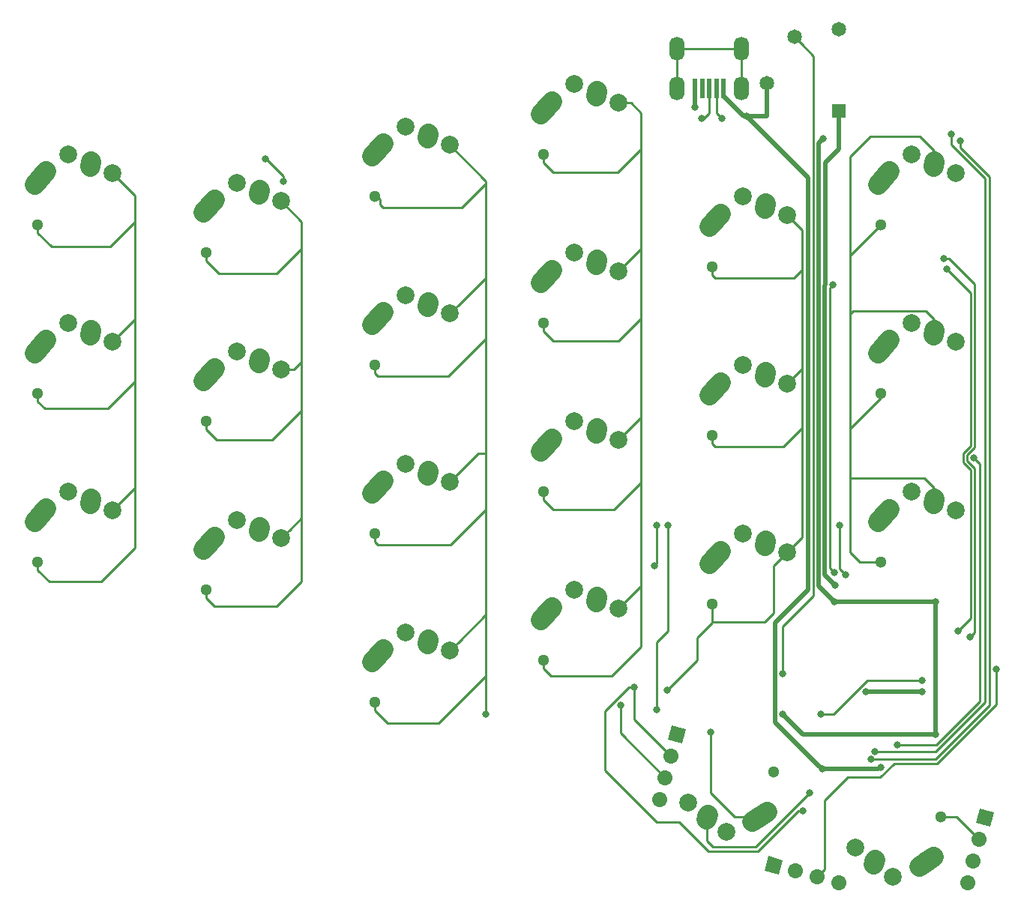
<source format=gtl>
G04 #@! TF.GenerationSoftware,KiCad,Pcbnew,(5.1.4)-1*
G04 #@! TF.CreationDate,2022-01-12T12:57:04-05:00*
G04 #@! TF.ProjectId,a44key-pcb-left-hand,6134346b-6579-42d7-9063-622d6c656674,rev?*
G04 #@! TF.SameCoordinates,Original*
G04 #@! TF.FileFunction,Copper,L1,Top*
G04 #@! TF.FilePolarity,Positive*
%FSLAX46Y46*%
G04 Gerber Fmt 4.6, Leading zero omitted, Abs format (unit mm)*
G04 Created by KiCad (PCBNEW (5.1.4)-1) date 2022-01-12 12:57:04*
%MOMM*%
%LPD*%
G04 APERTURE LIST*
%ADD10C,1.300000*%
%ADD11C,2.250000*%
%ADD12C,2.250000*%
%ADD13C,2.000000*%
%ADD14C,1.700000*%
%ADD15C,0.100000*%
%ADD16C,1.700000*%
%ADD17R,0.500000X2.250000*%
%ADD18O,1.700000X2.700000*%
%ADD19C,1.650000*%
%ADD20R,1.650000X1.650000*%
%ADD21C,0.800000*%
%ADD22C,0.500000*%
%ADD23C,0.254000*%
G04 APERTURE END LIST*
D10*
X178244500Y-66357500D03*
D11*
X178523500Y-61050500D03*
D12*
X177868505Y-61780504D02*
X179178495Y-60320496D01*
D11*
X184198500Y-59475500D03*
D12*
X184178729Y-59765516D02*
X184218271Y-59185484D01*
D13*
X186673500Y-60525501D03*
X181673500Y-58425500D03*
D10*
X178244500Y-85407500D03*
D11*
X178523500Y-80100500D03*
D12*
X177868505Y-80830504D02*
X179178495Y-79370496D01*
D11*
X184198500Y-78525500D03*
D12*
X184178729Y-78815516D02*
X184218271Y-78235484D01*
D13*
X186673500Y-79575501D03*
X181673500Y-77475500D03*
D10*
X159194500Y-90170000D03*
D11*
X159473500Y-84863000D03*
D12*
X158818505Y-85593004D02*
X160128495Y-84132996D01*
D11*
X165148500Y-83288000D03*
D12*
X165128729Y-83578016D02*
X165168271Y-82997984D01*
D13*
X167623500Y-84338001D03*
X162623500Y-82238000D03*
D10*
X82994500Y-104457500D03*
D11*
X83273500Y-99150500D03*
D12*
X82618505Y-99880504D02*
X83928495Y-98420496D01*
D11*
X88948500Y-97575500D03*
D12*
X88928729Y-97865516D02*
X88968271Y-97285484D01*
D13*
X91423500Y-98625501D03*
X86423500Y-96525500D03*
D10*
X82994500Y-85407500D03*
D11*
X83273500Y-80100500D03*
D12*
X82618505Y-80830504D02*
X83928495Y-79370496D01*
D11*
X88948500Y-78525500D03*
D12*
X88928729Y-78815516D02*
X88968271Y-78235484D01*
D13*
X91423500Y-79575501D03*
X86423500Y-77475500D03*
X160778968Y-134954340D03*
X156492859Y-131631800D03*
D11*
X158611765Y-133286600D03*
D12*
X158705924Y-133011583D02*
X158517606Y-133561617D01*
D11*
X164501034Y-133234065D03*
D12*
X165322650Y-132698460D02*
X163679418Y-133769670D01*
D10*
X166144080Y-128180107D03*
D14*
X189992000Y-133350000D03*
D15*
G36*
X191033033Y-132748959D02*
G01*
X190593041Y-134391033D01*
X188950967Y-133951041D01*
X189390959Y-132308967D01*
X191033033Y-132748959D01*
X191033033Y-132748959D01*
G37*
D14*
X189334600Y-135803452D03*
D16*
X189334600Y-135803452D02*
X189334600Y-135803452D01*
D14*
X188677199Y-138256903D03*
D16*
X188677199Y-138256903D02*
X188677199Y-138256903D01*
D14*
X188019799Y-140710355D03*
D16*
X188019799Y-140710355D02*
X188019799Y-140710355D01*
D14*
X155194000Y-123952000D03*
D15*
G36*
X156235033Y-123350959D02*
G01*
X155795041Y-124993033D01*
X154152967Y-124553041D01*
X154592959Y-122910967D01*
X156235033Y-123350959D01*
X156235033Y-123350959D01*
G37*
D14*
X154536600Y-126405452D03*
D16*
X154536600Y-126405452D02*
X154536600Y-126405452D01*
D14*
X153879199Y-128858903D03*
D16*
X153879199Y-128858903D02*
X153879199Y-128858903D01*
D14*
X153221799Y-131312355D03*
D16*
X153221799Y-131312355D02*
X153221799Y-131312355D01*
D14*
X166121645Y-138743799D03*
D15*
G36*
X165520604Y-137702766D02*
G01*
X167162678Y-138142758D01*
X166722686Y-139784832D01*
X165080612Y-139344840D01*
X165520604Y-137702766D01*
X165520604Y-137702766D01*
G37*
D14*
X168575097Y-139401199D03*
D16*
X168575097Y-139401199D02*
X168575097Y-139401199D01*
D14*
X171028548Y-140058600D03*
D16*
X171028548Y-140058600D02*
X171028548Y-140058600D01*
D14*
X173482000Y-140716000D03*
D16*
X173482000Y-140716000D02*
X173482000Y-140716000D01*
D17*
X157244000Y-50982000D03*
X158044000Y-50982000D03*
X158844000Y-50982000D03*
X159644000Y-50982000D03*
X160444000Y-50982000D03*
D18*
X162494000Y-50982000D03*
X155194000Y-50982000D03*
X155194000Y-46482000D03*
X162494000Y-46482000D03*
D10*
X178241479Y-104491723D03*
D11*
X178520479Y-99184723D03*
D12*
X177865484Y-99914727D02*
X179175474Y-98454719D01*
D11*
X184195479Y-97609723D03*
D12*
X184175708Y-97899739D02*
X184215250Y-97319707D01*
D13*
X186670479Y-98659724D03*
X181670479Y-96559723D03*
D19*
X173482000Y-44242000D03*
X165382000Y-50342000D03*
X168482000Y-45142000D03*
D20*
X173482000Y-53542000D03*
D10*
X140144500Y-58420000D03*
D11*
X140423500Y-53113000D03*
D12*
X139768505Y-53843004D02*
X141078495Y-52382996D01*
D11*
X146098500Y-51538000D03*
D12*
X146078729Y-51828016D02*
X146118271Y-51247984D01*
D13*
X148573500Y-52588001D03*
X143573500Y-50488000D03*
X179613760Y-140034004D03*
X175327651Y-136711464D03*
D11*
X177446557Y-138366264D03*
D12*
X177540716Y-138091247D02*
X177352398Y-138641281D01*
D11*
X183335826Y-138313729D03*
D12*
X184157442Y-137778124D02*
X182514210Y-138849334D01*
D10*
X184978872Y-133259771D03*
X82994500Y-66357500D03*
D11*
X83273500Y-61050500D03*
D12*
X82618505Y-61780504D02*
X83928495Y-60320496D01*
D11*
X88948500Y-59475500D03*
D12*
X88928729Y-59765516D02*
X88968271Y-59185484D01*
D13*
X91423500Y-60525501D03*
X86423500Y-58425500D03*
D10*
X102044500Y-107632500D03*
D11*
X102323500Y-102325500D03*
D12*
X101668505Y-103055504D02*
X102978495Y-101595496D01*
D11*
X107998500Y-100750500D03*
D12*
X107978729Y-101040516D02*
X108018271Y-100460484D01*
D13*
X110473500Y-101800501D03*
X105473500Y-99700500D03*
D10*
X102044500Y-88582500D03*
D11*
X102323500Y-83275500D03*
D12*
X101668505Y-84005504D02*
X102978495Y-82545496D01*
D11*
X107998500Y-81700500D03*
D12*
X107978729Y-81990516D02*
X108018271Y-81410484D01*
D13*
X110473500Y-82750501D03*
X105473500Y-80650500D03*
D10*
X102044500Y-69532500D03*
D11*
X102323500Y-64225500D03*
D12*
X101668505Y-64955504D02*
X102978495Y-63495496D01*
D11*
X107998500Y-62650500D03*
D12*
X107978729Y-62940516D02*
X108018271Y-62360484D01*
D13*
X110473500Y-63700501D03*
X105473500Y-61600500D03*
D10*
X121094500Y-120332500D03*
D11*
X121373500Y-115025500D03*
D12*
X120718505Y-115755504D02*
X122028495Y-114295496D01*
D11*
X127048500Y-113450500D03*
D12*
X127028729Y-113740516D02*
X127068271Y-113160484D01*
D13*
X129523500Y-114500501D03*
X124523500Y-112400500D03*
D10*
X121094500Y-101282500D03*
D11*
X121373500Y-95975500D03*
D12*
X120718505Y-96705504D02*
X122028495Y-95245496D01*
D11*
X127048500Y-94400500D03*
D12*
X127028729Y-94690516D02*
X127068271Y-94110484D01*
D13*
X129523500Y-95450501D03*
X124523500Y-93350500D03*
D10*
X121094500Y-82232500D03*
D11*
X121373500Y-76925500D03*
D12*
X120718505Y-77655504D02*
X122028495Y-76195496D01*
D11*
X127048500Y-75350500D03*
D12*
X127028729Y-75640516D02*
X127068271Y-75060484D01*
D13*
X129523500Y-76400501D03*
X124523500Y-74300500D03*
D10*
X121094500Y-63182500D03*
D11*
X121373500Y-57875500D03*
D12*
X120718505Y-58605504D02*
X122028495Y-57145496D01*
D11*
X127048500Y-56300500D03*
D12*
X127028729Y-56590516D02*
X127068271Y-56010484D01*
D13*
X129523500Y-57350501D03*
X124523500Y-55250500D03*
D10*
X140144500Y-115570000D03*
D11*
X140423500Y-110263000D03*
D12*
X139768505Y-110993004D02*
X141078495Y-109532996D01*
D11*
X146098500Y-108688000D03*
D12*
X146078729Y-108978016D02*
X146118271Y-108397984D01*
D13*
X148573500Y-109738001D03*
X143573500Y-107638000D03*
D10*
X140144500Y-96520000D03*
D11*
X140423500Y-91213000D03*
D12*
X139768505Y-91943004D02*
X141078495Y-90482996D01*
D11*
X146098500Y-89638000D03*
D12*
X146078729Y-89928016D02*
X146118271Y-89347984D01*
D13*
X148573500Y-90688001D03*
X143573500Y-88588000D03*
D10*
X140144500Y-77470000D03*
D11*
X140423500Y-72163000D03*
D12*
X139768505Y-72893004D02*
X141078495Y-71432996D01*
D11*
X146098500Y-70588000D03*
D12*
X146078729Y-70878016D02*
X146118271Y-70297984D01*
D13*
X148573500Y-71638001D03*
X143573500Y-69538000D03*
D10*
X159194500Y-109220000D03*
D11*
X159473500Y-103913000D03*
D12*
X158818505Y-104643004D02*
X160128495Y-103182996D01*
D11*
X165148500Y-102338000D03*
D12*
X165128729Y-102628016D02*
X165168271Y-102047984D01*
D13*
X167623500Y-103388001D03*
X162623500Y-101288000D03*
D10*
X159194500Y-71120000D03*
D11*
X159473500Y-65813000D03*
D12*
X158818505Y-66543004D02*
X160128495Y-65082996D01*
D11*
X165148500Y-64238000D03*
D12*
X165128729Y-64528016D02*
X165168271Y-63947984D01*
D13*
X167623500Y-65288001D03*
X162623500Y-63188000D03*
D21*
X182880000Y-119126000D03*
X176530000Y-119126000D03*
X157244000Y-53068000D03*
X173067041Y-107094959D03*
X172808000Y-73152000D03*
X172967926Y-105670074D03*
X180086000Y-125142302D03*
X180086000Y-125142302D03*
X188722000Y-92710000D03*
X174244000Y-105918000D03*
X173535000Y-100330012D03*
X152908000Y-100330000D03*
X152688990Y-104902000D03*
X154178000Y-100330000D03*
X152908000Y-121158000D03*
X184404000Y-123952000D03*
X167132000Y-121666000D03*
X171704000Y-56642000D03*
X172974000Y-108966000D03*
X184403996Y-108966000D03*
X191262000Y-116586000D03*
X154124494Y-118925506D03*
X159005001Y-123696999D03*
X133604000Y-121666000D03*
X186944000Y-112249010D03*
X185674000Y-71373992D03*
X188267990Y-112976010D03*
X110744000Y-61468000D03*
X108712000Y-58928000D03*
X185357769Y-70171305D03*
X160274000Y-54356002D03*
X177546503Y-125869302D03*
X186182006Y-56134000D03*
X157988000Y-54356000D03*
X177099575Y-126763885D03*
X187198000Y-56896000D03*
X171450000Y-121666000D03*
X182880000Y-117856000D03*
X167138067Y-117087932D03*
X167138067Y-117087932D03*
X163068012Y-54102000D03*
X171576996Y-127889004D03*
X178181004Y-127673990D03*
X169418000Y-132588000D03*
X150367998Y-118618000D03*
X148844000Y-120650000D03*
X170180000Y-130556000D03*
D22*
X182880000Y-119126000D02*
X176530000Y-119126000D01*
X157244000Y-50982000D02*
X157244000Y-53068000D01*
X172667042Y-106694960D02*
X173067041Y-107094959D01*
X173482000Y-57861030D02*
X171958000Y-59385030D01*
X171958000Y-59385030D02*
X171958000Y-73185984D01*
X171888989Y-73254995D02*
X171888989Y-105916907D01*
X171888989Y-105916907D02*
X172667042Y-106694960D01*
X171958000Y-73185984D02*
X171888989Y-73254995D01*
X173482000Y-53542000D02*
X173482000Y-57861030D01*
D23*
X172466000Y-105168148D02*
X172967926Y-105670074D01*
X172808000Y-73152000D02*
X172466000Y-73494000D01*
X172466000Y-73494000D02*
X172466000Y-105168148D01*
X189121999Y-93109999D02*
X188722000Y-92710000D01*
X189375999Y-93363999D02*
X189121999Y-93109999D01*
X189375999Y-120250001D02*
X189375999Y-93363999D01*
X180086000Y-125142302D02*
X184483698Y-125142302D01*
X184483698Y-125142302D02*
X189375999Y-120250001D01*
X174244000Y-105918000D02*
X173535000Y-105209000D01*
X173535000Y-105209000D02*
X173535000Y-100895697D01*
X173535000Y-100895697D02*
X173535000Y-100330012D01*
X152908000Y-104682990D02*
X152688990Y-104902000D01*
X152908000Y-100330000D02*
X152908000Y-104682990D01*
X152908000Y-120592315D02*
X152908000Y-121158000D01*
X154178000Y-100330000D02*
X154178000Y-112268000D01*
X154178000Y-112268000D02*
X152908000Y-113538000D01*
X152908000Y-113538000D02*
X152908000Y-120592315D01*
D22*
X171188979Y-107180979D02*
X172574001Y-108566001D01*
X171704000Y-56642000D02*
X171207020Y-57138980D01*
X172574001Y-108566001D02*
X172974000Y-108966000D01*
X171188979Y-72965042D02*
X171188979Y-107180979D01*
X171207020Y-72947000D02*
X171188979Y-72965042D01*
X171207020Y-57138980D02*
X171207020Y-72947000D01*
X184404000Y-123952000D02*
X169418000Y-123952000D01*
X169418000Y-123952000D02*
X167132000Y-121666000D01*
X184404000Y-123952000D02*
X184404000Y-108966004D01*
X172974000Y-108966000D02*
X184403996Y-108966000D01*
X184404000Y-108966004D02*
X184403996Y-108966000D01*
D23*
X177594501Y-67007499D02*
X178244500Y-66357500D01*
X174752000Y-69850000D02*
X177594501Y-67007499D01*
X178244500Y-85407500D02*
X178244500Y-85915500D01*
X178244500Y-85915500D02*
X175031031Y-89128969D01*
X178241479Y-104491723D02*
X175865723Y-104491723D01*
X175865723Y-104491723D02*
X174752000Y-103378000D01*
X175031031Y-89128969D02*
X174752000Y-89408000D01*
X174752000Y-89408000D02*
X174752000Y-88646000D01*
X183092317Y-94996000D02*
X174752000Y-94996000D01*
X184195479Y-96099162D02*
X183092317Y-94996000D01*
X184195479Y-97609723D02*
X184195479Y-96099162D01*
X174752000Y-103378000D02*
X174752000Y-94996000D01*
X174752000Y-94996000D02*
X174752000Y-89408000D01*
X175057501Y-76148499D02*
X174752000Y-76454000D01*
X183332060Y-76148499D02*
X175057501Y-76148499D01*
X184198500Y-77014939D02*
X183332060Y-76148499D01*
X184198500Y-78525500D02*
X184198500Y-77014939D01*
X174752000Y-88900000D02*
X174752000Y-76454000D01*
X174752000Y-70104000D02*
X174752000Y-69850000D01*
X174752000Y-76454000D02*
X174752000Y-70104000D01*
X184198500Y-57964939D02*
X184198500Y-59475500D01*
X182621561Y-56388000D02*
X184198500Y-57964939D01*
X177038000Y-56388000D02*
X182621561Y-56388000D01*
X174752000Y-70104000D02*
X174752000Y-58674000D01*
X174752000Y-58674000D02*
X177038000Y-56388000D01*
X191262000Y-120530067D02*
X191262000Y-116586000D01*
X184574172Y-127217895D02*
X191262000Y-120530067D01*
X179713061Y-127217895D02*
X180049895Y-127217895D01*
X180049895Y-127217895D02*
X184574172Y-127217895D01*
X171028548Y-140058600D02*
X171878547Y-139208601D01*
X171878547Y-139208601D02*
X171878547Y-131397453D01*
X178152956Y-128778000D02*
X179713061Y-127217895D01*
X179837251Y-127217895D02*
X180049895Y-127217895D01*
X171878547Y-131397453D02*
X174498000Y-128778000D01*
X174498000Y-128778000D02*
X178152956Y-128778000D01*
X168623499Y-102388002D02*
X167623500Y-103388001D01*
X169313010Y-101698491D02*
X168623499Y-102388002D01*
X167623500Y-65288001D02*
X169313010Y-66977511D01*
X168629998Y-83338002D02*
X169313010Y-82654990D01*
X168623499Y-83338002D02*
X168629998Y-83338002D01*
X167623500Y-84338001D02*
X168623499Y-83338002D01*
X167196010Y-91420010D02*
X169313010Y-89303010D01*
X159525272Y-91420010D02*
X167196010Y-91420010D01*
X159194500Y-91089238D02*
X159525272Y-91420010D01*
X159194500Y-90170000D02*
X159194500Y-91089238D01*
X169313010Y-82654990D02*
X169313010Y-89303010D01*
X169313010Y-89303010D02*
X169313010Y-101698491D01*
X168421990Y-72370010D02*
X169313010Y-71478990D01*
X159525272Y-72370010D02*
X168421990Y-72370010D01*
X159194500Y-72039238D02*
X159525272Y-72370010D01*
X159194500Y-71120000D02*
X159194500Y-72039238D01*
X169313010Y-66977511D02*
X169313010Y-71478990D01*
X169313010Y-71478990D02*
X169313010Y-82654990D01*
X166623501Y-104388000D02*
X167623500Y-103388001D01*
X166116000Y-104895501D02*
X166623501Y-104388000D01*
X166116000Y-110236000D02*
X166116000Y-104895501D01*
X165100000Y-111252000D02*
X166116000Y-110236000D01*
X159194500Y-109220000D02*
X159194500Y-111252000D01*
X159194500Y-111252000D02*
X165100000Y-111252000D01*
X159194500Y-111315500D02*
X159194500Y-109220000D01*
X157480000Y-113030000D02*
X159194500Y-111315500D01*
X154124494Y-118925506D02*
X157480000Y-115570000D01*
X157480000Y-115570000D02*
X157480000Y-113030000D01*
X161682065Y-133234065D02*
X164501034Y-133234065D01*
X159005001Y-123696999D02*
X159005001Y-130557001D01*
X159005001Y-130557001D02*
X161682065Y-133234065D01*
X151130000Y-95967980D02*
X151130000Y-96012000D01*
X151130000Y-95504000D02*
X151130000Y-96012000D01*
X151130000Y-114046000D02*
X151130000Y-107546990D01*
X147828000Y-117348000D02*
X151130000Y-114046000D01*
X140970000Y-117348000D02*
X147828000Y-117348000D01*
X140144500Y-115570000D02*
X140144500Y-116522500D01*
X140144500Y-116522500D02*
X140970000Y-117348000D01*
X150520260Y-107797740D02*
X151130000Y-107188000D01*
X150513761Y-107797740D02*
X150520260Y-107797740D01*
X148573500Y-109738001D02*
X150513761Y-107797740D01*
X151130000Y-96012000D02*
X151130000Y-107188000D01*
X151130000Y-107188000D02*
X151130000Y-107442000D01*
X151130000Y-94234000D02*
X151130000Y-95504000D01*
X151130000Y-89258990D02*
X151130000Y-94234000D01*
X151130000Y-76857010D02*
X151130000Y-89258990D01*
X151130000Y-69192990D02*
X151130000Y-76857010D01*
X151025010Y-69192990D02*
X151130000Y-69192990D01*
X148573500Y-71638001D02*
X148579999Y-71638001D01*
X148579999Y-71638001D02*
X151025010Y-69192990D01*
X151130000Y-87122000D02*
X151130000Y-89258990D01*
X148573500Y-90688001D02*
X151130000Y-88131501D01*
X151130000Y-88131501D02*
X151130000Y-87122000D01*
X150263010Y-96370990D02*
X151130000Y-95504000D01*
X148082000Y-98552000D02*
X150263010Y-96370990D01*
X141257262Y-98552000D02*
X148082000Y-98552000D01*
X140144500Y-96520000D02*
X140144500Y-97439238D01*
X140144500Y-97439238D02*
X141257262Y-98552000D01*
X151130000Y-76962000D02*
X151130000Y-76857010D01*
X148590000Y-79502000D02*
X151130000Y-76962000D01*
X141257262Y-79502000D02*
X148590000Y-79502000D01*
X140144500Y-77470000D02*
X140144500Y-78389238D01*
X140144500Y-78389238D02*
X141257262Y-79502000D01*
X151130000Y-53730288D02*
X151130000Y-57807010D01*
X148573500Y-52588001D02*
X149987713Y-52588001D01*
X149987713Y-52588001D02*
X151130000Y-53730288D01*
X151130000Y-57807010D02*
X151130000Y-69192990D01*
X148485010Y-60452000D02*
X151130000Y-57807010D01*
X141257262Y-60452000D02*
X148485010Y-60452000D01*
X140144500Y-58420000D02*
X140144500Y-59339238D01*
X140144500Y-59339238D02*
X141257262Y-60452000D01*
X130523499Y-113500502D02*
X129523500Y-114500501D01*
X133604000Y-110420001D02*
X130523499Y-113500502D01*
X129523500Y-57350501D02*
X133604000Y-61431001D01*
X130593498Y-75400502D02*
X133604000Y-72390000D01*
X130523499Y-75400502D02*
X130593498Y-75400502D01*
X129523500Y-76400501D02*
X130523499Y-75400502D01*
X132772001Y-92202000D02*
X133604000Y-92202000D01*
X129523500Y-95450501D02*
X132772001Y-92202000D01*
X129623490Y-102532510D02*
X133604000Y-98552000D01*
X121425272Y-102532510D02*
X129623490Y-102532510D01*
X121094500Y-102201738D02*
X121425272Y-102532510D01*
X121094500Y-101282500D02*
X121094500Y-102201738D01*
X133604000Y-92202000D02*
X133604000Y-98552000D01*
X133604000Y-108712000D02*
X133604000Y-110420001D01*
X133604000Y-98552000D02*
X133604000Y-108712000D01*
X121969495Y-64432510D02*
X130893490Y-64432510D01*
X121631490Y-64094505D02*
X121969495Y-64432510D01*
X130893490Y-64432510D02*
X133604000Y-61722000D01*
X121631490Y-63465490D02*
X121631490Y-64094505D01*
X121348500Y-63182500D02*
X121631490Y-63465490D01*
X133604000Y-61722000D02*
X133604000Y-72390000D01*
X121094500Y-63182500D02*
X121348500Y-63182500D01*
X133604000Y-61431001D02*
X133604000Y-61722000D01*
X129369490Y-83482510D02*
X133604000Y-79248000D01*
X121425272Y-83482510D02*
X129369490Y-83482510D01*
X121094500Y-83151738D02*
X121425272Y-83482510D01*
X121094500Y-82232500D02*
X121094500Y-83151738D01*
X133604000Y-72390000D02*
X133604000Y-79248000D01*
X133604000Y-79248000D02*
X133604000Y-92202000D01*
X128237878Y-122682000D02*
X133604000Y-117315878D01*
X122524762Y-122682000D02*
X128237878Y-122682000D01*
X121094500Y-120332500D02*
X121094500Y-121251738D01*
X121094500Y-121251738D02*
X122524762Y-122682000D01*
X133604000Y-121666000D02*
X133604000Y-116840000D01*
X133604000Y-117315878D02*
X133604000Y-116840000D01*
X133604000Y-116840000D02*
X133604000Y-108712000D01*
X111473499Y-100800502D02*
X110473500Y-101800501D01*
X112776000Y-99498001D02*
X111473499Y-100800502D01*
X110473500Y-63700501D02*
X112776000Y-66003001D01*
X112776000Y-81862214D02*
X112776000Y-81534000D01*
X111887713Y-82750501D02*
X112776000Y-81862214D01*
X110473500Y-82750501D02*
X111887713Y-82750501D01*
X112776000Y-81534000D02*
X112776000Y-86360000D01*
X112776000Y-99060000D02*
X112776000Y-99498001D01*
X112776000Y-86360000D02*
X112776000Y-99060000D01*
X112776000Y-66003001D02*
X112776000Y-69088000D01*
X112776000Y-69088000D02*
X112776000Y-81534000D01*
X109982000Y-71882000D02*
X112776000Y-69088000D01*
X103474762Y-71882000D02*
X109982000Y-71882000D01*
X102044500Y-69532500D02*
X102044500Y-70451738D01*
X102044500Y-70451738D02*
X103474762Y-71882000D01*
X112776000Y-87376000D02*
X112776000Y-86360000D01*
X109474000Y-90678000D02*
X112776000Y-87376000D01*
X103220762Y-90678000D02*
X109474000Y-90678000D01*
X102044500Y-88582500D02*
X102044500Y-89501738D01*
X102044500Y-89501738D02*
X103220762Y-90678000D01*
X112776000Y-106680000D02*
X112776000Y-99060000D01*
X109982000Y-109474000D02*
X112776000Y-106680000D01*
X102966762Y-109474000D02*
X109982000Y-109474000D01*
X102044500Y-107632500D02*
X102044500Y-108551738D01*
X102044500Y-108551738D02*
X102966762Y-109474000D01*
X188363009Y-74063001D02*
X186073999Y-71773991D01*
X186073999Y-71773991D02*
X185674000Y-71373992D01*
X186944000Y-112249010D02*
X188363009Y-110830001D01*
X187540989Y-92172981D02*
X188363009Y-91350961D01*
X188363009Y-94069039D02*
X187540988Y-93247018D01*
X188363009Y-110830001D02*
X188363009Y-94069039D01*
X187540988Y-93247018D02*
X187540989Y-92172981D01*
X188363009Y-91350961D02*
X188363009Y-74063001D01*
X93980000Y-63082001D02*
X93980000Y-66144990D01*
X91423500Y-60525501D02*
X93980000Y-63082001D01*
X93875010Y-66144990D02*
X93980000Y-66144990D01*
X91186000Y-68834000D02*
X93875010Y-66144990D01*
X84551762Y-68834000D02*
X91186000Y-68834000D01*
X82994500Y-66357500D02*
X82994500Y-67276738D01*
X82994500Y-67276738D02*
X84551762Y-68834000D01*
X93980000Y-77019001D02*
X93980000Y-75946000D01*
X91423500Y-79575501D02*
X93980000Y-77019001D01*
X93980000Y-66144990D02*
X93980000Y-84582000D01*
X93980000Y-84074000D02*
X93980000Y-96669010D01*
X90932000Y-87122000D02*
X93980000Y-84074000D01*
X83789762Y-87122000D02*
X90932000Y-87122000D01*
X82994500Y-85407500D02*
X82994500Y-86326738D01*
X82994500Y-86326738D02*
X83789762Y-87122000D01*
X93980000Y-96069001D02*
X91423500Y-98625501D01*
X93980000Y-96669010D02*
X93980000Y-96069001D01*
X93980000Y-102870000D02*
X93980000Y-96669010D01*
X90170000Y-106680000D02*
X93980000Y-102870000D01*
X84297762Y-106680000D02*
X90170000Y-106680000D01*
X82994500Y-104457500D02*
X82994500Y-105376738D01*
X82994500Y-105376738D02*
X84297762Y-106680000D01*
X110744000Y-60902315D02*
X108769685Y-58928000D01*
X110744000Y-61468000D02*
X110744000Y-60902315D01*
X108769685Y-58928000D02*
X108712000Y-58928000D01*
X188817020Y-112426980D02*
X188817020Y-93880982D01*
X188267990Y-112976010D02*
X188817020Y-112426980D01*
X187994999Y-93058961D02*
X187994999Y-92361039D01*
X188817020Y-91539018D02*
X188817020Y-73064871D01*
X185923454Y-70171305D02*
X185357769Y-70171305D01*
X187994999Y-92361039D02*
X188817020Y-91539018D01*
X188817020Y-73064871D02*
X185923454Y-70171305D01*
X188817020Y-93880982D02*
X187994999Y-93058961D01*
X159644000Y-50982000D02*
X159644000Y-53726002D01*
X159644000Y-53726002D02*
X159874001Y-53956003D01*
X159874001Y-53956003D02*
X160274000Y-54356002D01*
X186182006Y-57284074D02*
X186182006Y-56699685D01*
X186182006Y-56699685D02*
X186182006Y-56134000D01*
X189992000Y-120276066D02*
X189992000Y-61094068D01*
X177546503Y-125869302D02*
X184398764Y-125869302D01*
X184398764Y-125869302D02*
X189992000Y-120276066D01*
X189992000Y-61094068D02*
X186182006Y-57284074D01*
X158844000Y-53754000D02*
X158844000Y-50982000D01*
X157988000Y-54356000D02*
X158242000Y-54356000D01*
X158242000Y-54356000D02*
X158844000Y-53754000D01*
X187198000Y-57658000D02*
X187198000Y-56896000D01*
X190500000Y-60960000D02*
X187198000Y-57658000D01*
X190500000Y-120650000D02*
X190500000Y-60960000D01*
X177099575Y-126763885D02*
X184386115Y-126763885D01*
X184386115Y-126763885D02*
X190500000Y-120650000D01*
X176724038Y-117856000D02*
X182880000Y-117856000D01*
X171450000Y-121666000D02*
X172914038Y-121666000D01*
X172914038Y-121666000D02*
X176724038Y-117856000D01*
X167138067Y-111753933D02*
X170611969Y-108280031D01*
X167138067Y-117087932D02*
X167138067Y-111753933D01*
X169306999Y-45966999D02*
X168482000Y-45142000D01*
X170611969Y-108280031D02*
X170611969Y-72726038D01*
X170611969Y-72726038D02*
X170630010Y-72707997D01*
X170630010Y-72707997D02*
X170630010Y-47290010D01*
X170630010Y-47290010D02*
X169306999Y-45966999D01*
D22*
X160444000Y-50982000D02*
X160444000Y-51857000D01*
X160444000Y-51857000D02*
X162689000Y-54102000D01*
X162689000Y-54102000D02*
X163068012Y-54102000D01*
X163068012Y-54102000D02*
X165354000Y-54102000D01*
X165382000Y-54074000D02*
X165382000Y-50342000D01*
X165354000Y-54102000D02*
X165382000Y-54074000D01*
X166281999Y-122594007D02*
X171176997Y-127489005D01*
X170034959Y-107587041D02*
X166281999Y-111340001D01*
X163068012Y-54102000D02*
X170034959Y-61068947D01*
X171176997Y-127489005D02*
X171576996Y-127889004D01*
X166281999Y-111340001D02*
X166281999Y-122594007D01*
X170034959Y-61068947D02*
X170034959Y-107587041D01*
X177965990Y-127889004D02*
X178181004Y-127673990D01*
X171576996Y-127889004D02*
X177965990Y-127889004D01*
D23*
X186790919Y-133259771D02*
X189334600Y-135803452D01*
X184978872Y-133259771D02*
X186790919Y-133259771D01*
X150367998Y-119183685D02*
X150367998Y-118618000D01*
X154536600Y-126405452D02*
X150367998Y-122236850D01*
X150367998Y-122236850D02*
X150367998Y-119183685D01*
X147066000Y-121354313D02*
X149802313Y-118618000D01*
X149802313Y-118618000D02*
X150367998Y-118618000D01*
X147066000Y-128016000D02*
X147066000Y-121354313D01*
X168910000Y-132588000D02*
X164338000Y-137160000D01*
X169418000Y-132588000D02*
X168910000Y-132588000D01*
X164338000Y-137160000D02*
X158750000Y-137160000D01*
X158750000Y-137160000D02*
X155448000Y-133858000D01*
X155448000Y-133858000D02*
X152908000Y-133858000D01*
X152908000Y-133858000D02*
X147066000Y-128016000D01*
X148844000Y-123823704D02*
X153879199Y-128858903D01*
X148844000Y-120650000D02*
X148844000Y-123823704D01*
X158611765Y-136005765D02*
X158611765Y-133286600D01*
X159258000Y-136652000D02*
X158611765Y-136005765D01*
X170180000Y-130556000D02*
X164084000Y-136652000D01*
X164084000Y-136652000D02*
X159258000Y-136652000D01*
X161390000Y-46482000D02*
X155194000Y-46482000D01*
X162494000Y-46482000D02*
X161390000Y-46482000D01*
X155194000Y-48086000D02*
X155194000Y-50982000D01*
X155194000Y-46482000D02*
X155194000Y-48086000D01*
X162494000Y-48086000D02*
X162494000Y-50982000D01*
X162494000Y-46482000D02*
X162494000Y-48086000D01*
M02*

</source>
